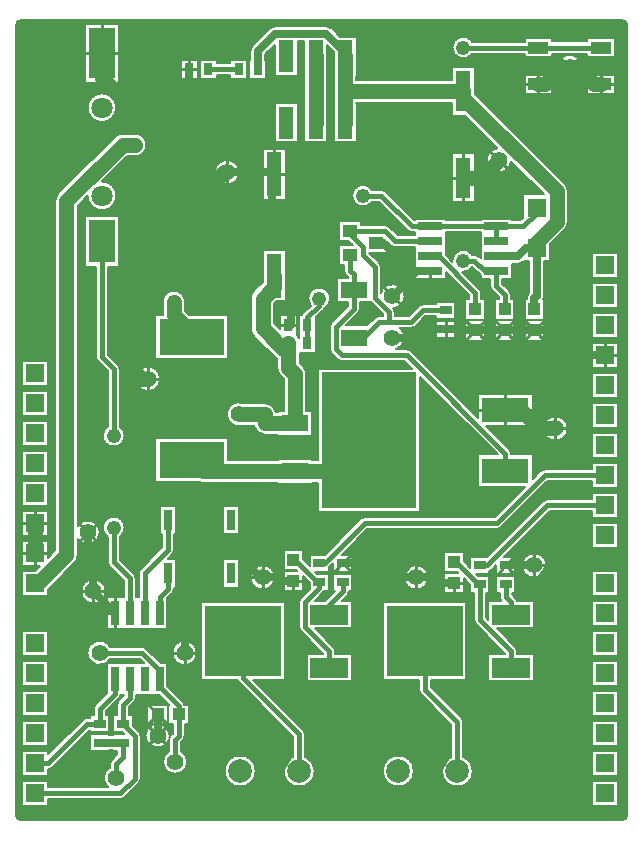
<source format=gtl>
G04 EasyPC Gerber Version 20.0 Build 4102 *
G04 #@! TF.Part,Single*
G04 #@! TF.FileFunction,Copper,L1,Top *
%FSLAX35Y35*%
%MOIN*%
G04 #@! TA.AperFunction,SMDPad*
%ADD12R,0.02500X0.08000*%
%ADD20R,0.03150X0.03937*%
%ADD24R,0.03150X0.07087*%
%ADD17R,0.03937X0.04291*%
%ADD21R,0.05118X0.10630*%
%ADD74R,0.05118X0.13780*%
%ADD75R,0.05118X0.14567*%
%ADD29R,0.09055X0.14409*%
%ADD28R,0.09055X0.16929*%
%ADD26R,0.31496X0.45276*%
G04 #@! TA.AperFunction,ComponentPad*
%ADD73R,0.06000X0.06000*%
G04 #@! TA.AperFunction,SMDPad*
%ADD19R,0.06300X0.06300*%
G04 #@! TD.AperFunction*
%ADD10C,0.00500*%
%ADD11C,0.01000*%
G04 #@! TA.AperFunction,SMDPad*
%ADD18R,0.08000X0.02500*%
%ADD14R,0.03937X0.03150*%
%ADD13R,0.04291X0.03937*%
%ADD23R,0.06693X0.03937*%
%ADD70R,0.04800X0.04000*%
%ADD71R,0.08661X0.05787*%
%ADD15R,0.12598X0.06693*%
%ADD25R,0.15748X0.08386*%
%ADD27R,0.21654X0.12205*%
%ADD16R,0.25197X0.23228*%
G04 #@! TD.AperFunction*
%ADD79C,0.01500*%
%ADD77C,0.02500*%
G04 #@! TA.AperFunction,ViaPad*
%ADD80C,0.04800*%
G04 #@! TD.AperFunction*
%ADD78C,0.05000*%
G04 #@! TA.AperFunction,ViaPad*
%ADD76C,0.05591*%
G04 #@! TA.AperFunction,ComponentPad*
%ADD72C,0.07087*%
%ADD22C,0.07874*%
X0Y0D02*
D02*
D10*
X89364Y43557D02*
G75*
G03X90802Y42120I1437D01*
G01*
X291589*
G75*
G03X293026Y43557J1437*
G01*
Y307337*
G75*
G03X291589Y308774I-1437*
G01*
X90801*
G75*
G03X89364Y307336J-1437*
G01*
Y43557*
X145469Y80634D02*
X146909D01*
Y74197*
X145514*
Y70110*
G75*
G02X144926Y68694I-2000*
G01*
X144376Y68144*
Y65183*
G75*
G02X146421Y61667I-2000J-3516*
G01*
G75*
G02X138331I-4045*
G01*
G75*
G02X140376Y65183I4045*
G01*
Y68972*
G75*
G02X140384Y69152I1999J2*
G01*
G75*
G02X132469Y70329I-3870J1177*
G01*
G75*
G02X135330Y74197I4045*
G01*
X133118*
Y80634*
X139909*
Y74197*
X137698*
G75*
G02X140559Y70329I-1184J-3868*
G01*
G75*
G02X140508Y69686I-4046J-1*
G01*
G75*
G02X140963Y70388I1868J-713*
G01*
X141514Y70939*
Y74197*
X140118*
Y80634*
X140266*
X136900Y84000*
X129278*
Y82870*
G75*
G02X128690Y81454I-2000*
G01*
X127053Y79817*
Y77091*
X128272*
Y73647*
X130255Y71664*
G75*
G02X130843Y70248I-1413J-1416*
G01*
Y55840*
G75*
G02X130255Y54424I-2000*
G01*
X125489Y49659*
G75*
G02X124074Y49071I-1416J1413*
G01*
X99994*
Y46821*
X91494*
Y55321*
X99994*
Y53071*
X120073*
G75*
G02X120691Y59672I2618J3084*
G01*
Y60880*
G75*
G02X121278Y62296I2000*
G01*
X123053Y64070*
Y65142*
X121835*
Y65467*
X120398*
Y65142*
X113961*
Y70791*
X120398*
Y70467*
X121835*
Y70791*
X125471*
X124821Y71441*
X121835*
Y77091*
X123053*
Y80646*
G75*
G02X123641Y82061I2000*
G01*
X125278Y83698*
Y84000*
X124254*
G75*
G02X123690Y82891I-1976J307*
G01*
X119179Y78380*
Y77091*
X120398*
Y71441*
X113961*
Y72266*
X113887*
X101280Y59659*
G75*
G02X99994Y59076I-1416J1413*
G01*
Y56821*
X91494*
Y65321*
X99994*
Y64030*
X111643Y75678*
G75*
G02X113058Y76266I1416J-1413*
G01*
X113961*
Y77091*
X115179*
Y79209*
G75*
G02X115767Y80624I2000*
G01*
X119778Y84635*
Y94500*
X131945*
X130557Y95888*
X120695*
G75*
G02X113134Y97888I-3516J2000*
G01*
G75*
G02X120695Y99888I4045*
G01*
X131385*
G75*
G02X132801Y99300J-2000*
G01*
X137602Y94500*
X139778*
Y86779*
X144926Y81630*
G75*
G02X145469Y80634I-1413J-1416*
G01*
X91494Y75321D02*
X99994D01*
Y66821*
X91494*
Y75321*
Y85321D02*
X99994D01*
Y76821*
X91494*
Y85321*
Y95321D02*
X99994D01*
Y86821*
X91494*
Y95321*
Y105321D02*
X99994D01*
Y96821*
X91494*
Y105321*
X128990Y270929D02*
G75*
G02Y263429J-3750D01*
G01*
X126471*
X118079Y255037*
G75*
G02X117967Y245452I-113J-4792*
G01*
G75*
G02X113174Y250133J4793*
G01*
X109906Y246864*
Y140332*
G75*
G02X117287Y138045I3337J-2287*
G01*
G75*
G02X109906Y135758I-4045*
G01*
Y130475*
G75*
G02X108805Y127821I-3750*
G01*
X99994Y119010*
Y116799*
X91494*
Y125299*
X95677*
X97177Y126799*
X91494*
Y135299*
X99994*
Y129617*
X102406Y132028*
Y248417*
G75*
G02X103506Y251071I3750*
G01*
X122264Y269829*
G75*
G02X124918Y270929I2654J-2650*
G01*
X128990*
X129298Y189226D02*
G75*
G02X137388I4045D01*
G01*
G75*
G02X129298I-4045*
G01*
X281433Y161272D02*
X289933D01*
Y152772*
X281433*
Y155022*
X266376*
X251136Y139782*
G75*
G02X249720Y139195I-1416J1413*
G01*
X206415*
X197854Y130634*
X201500*
Y124984*
X195063*
Y127843*
X193626Y126406*
Y124984*
X189149*
X189799Y124335*
X193626*
Y118685*
X192215*
G75*
G02X191820Y118126I-1807J856*
G01*
X188974Y115280*
X192372*
X195778Y118685*
X195063*
Y124335*
X201500*
Y118685*
X200281*
Y118360*
G75*
G02X199694Y116944I-2000*
G01*
X198029Y115280*
X201303*
Y106087*
X188952*
X195167Y99872*
G75*
G02X195754Y98456I-1413J-1416*
G01*
Y97563*
X201303*
Y88370*
X186205*
Y97563*
X191754*
Y97628*
X184270Y105111*
G75*
G02X183683Y106527I1413J1416*
G01*
Y114817*
G75*
G02X184270Y116233I2000*
G01*
X187189Y119151*
Y121288*
X184965Y123512*
Y118551*
X178528*
Y125343*
X183134*
X182926Y125551*
X178528*
Y132343*
X184965*
Y129169*
X187189Y126944*
Y130634*
X192198*
X204171Y142607*
G75*
G02X205587Y143195I1416J-1413*
G01*
X248892*
X258851Y153154*
X243360*
Y164039*
X249846*
X224069Y189816*
Y144866*
X190073*
Y154650*
X187900*
Y154256*
X176738*
Y154650*
X151549*
G75*
G02X150886Y154709J3751*
G01*
X135811*
Y169413*
X159965*
Y162150*
X176738*
Y162543*
X187900*
Y162150*
X190073*
Y192642*
X221243*
X218785Y195100*
X198041*
G75*
G02X196626Y195688J2000*
G01*
X194446Y197867*
G75*
G02X193859Y199283I1413J1416*
G01*
Y206530*
G75*
G02X194446Y207946I2000*
G01*
X200005Y213504*
Y214728*
X196423*
Y223016*
X200005*
Y223193*
X199260Y223938*
G75*
G02X198674Y225352I1415J1414*
G01*
Y227252*
X197026*
Y233752*
X201574*
X200074Y235252*
X197026*
Y241752*
X204325*
Y240502*
X212274*
G75*
G02X213690Y239915J-2000*
G01*
X216571Y237033*
X222189*
Y238033*
X221315*
G75*
G02X219899Y238621J2000*
G01*
X210270Y248250*
X208028*
G75*
G02X201324Y250250I-3053J2000*
G01*
G75*
G02X208028Y252250I3650*
G01*
X211098*
G75*
G02X212514Y251663J-2000*
G01*
X222143Y242033*
X222189*
Y242533*
X232689*
Y242033*
X244189*
Y242533*
X254689*
Y242033*
X257474*
X258447Y243006*
Y250719*
X265204*
X254274Y261648*
G75*
G02X246205Y262061I-4024J413*
G01*
G75*
G02X249837Y266085I4045*
G01*
X239039Y276884*
X234630*
Y281274*
X202819*
Y281224*
X202878*
Y268094*
X195260*
Y281224*
X195319*
Y290142*
X195260*
Y298235*
X193035Y300460*
Y290142*
X192976*
Y281224*
X193035*
Y268094*
X185417*
Y281224*
X185476*
Y290142*
X185417*
Y301781*
X183193*
Y290142*
X175575*
Y300538*
X172435Y297398*
Y295594*
X172760*
Y289157*
X167110*
Y295594*
X167435*
Y298433*
G75*
G02X168167Y300201I2500*
G01*
X174015Y306048*
G75*
G02X175785Y306781I1768J-1768*
G01*
X192748*
G75*
G02X194518Y306048I2J-2500*
G01*
X197294Y303272*
X202878*
Y290142*
X202819*
Y288774*
X234630*
Y293163*
X242248*
Y284281*
X272184Y254345*
G75*
G02X273284Y251691I-2650J-2654*
G01*
Y241683*
G75*
G02X272184Y239030I-3750*
G01*
X267250Y234095*
Y228522*
X265348*
Y216957*
G75*
G02X265068Y215807I-2500J0*
G01*
X265280*
Y209016*
X258843*
Y215807*
X259561*
Y216170*
G75*
G02X260296Y217941I2500J0*
G01*
X260348Y217993*
Y228522*
X258626*
X258370Y228266*
G75*
G02X256600Y227533I-1768J1768*
G01*
X254689*
Y222533*
X251439*
Y220941*
X253631Y218748*
G75*
G02X254219Y217333I-1413J-1416*
G01*
Y215807*
X255437*
Y209016*
X249000*
Y215807*
X250219*
Y216504*
X248026Y218696*
G75*
G02X247439Y220112I1413J1416*
G01*
Y222533*
X244189*
Y223737*
X241426Y226499*
G75*
G02X238139Y224959I-2987J2097*
G01*
X243789Y219309*
G75*
G02X244376Y217893I-1413J-1416*
G01*
Y215807*
X245594*
Y209016*
X239157*
Y215807*
X240376*
Y217065*
X232689Y224752*
Y222533*
X222189*
Y233033*
X215743*
G75*
G02X214327Y233621J2000*
G01*
X213026Y234922*
Y231252*
X207116*
X210324Y228044*
G75*
G02X210911Y226628I-1413J-1416*
G01*
Y217840*
G75*
G02X218862Y216785I3906J-1054*
G01*
G75*
G02X215139Y212753I-4045*
G01*
G75*
G02X215525Y211572I-1615J-1181*
G01*
Y210235*
X220288*
X223526Y213474*
G75*
G02X224942Y214061I1416J-1413*
G01*
X229315*
Y214886*
X235752*
Y209236*
X229315*
Y210061*
X225770*
X222532Y206823*
G75*
G02X221116Y206235I-1416J1413*
G01*
X217253*
G75*
G02X215871Y199100I-2436J-3230*
G01*
X219613*
G75*
G02X221029Y198513J-2000*
G01*
X243360Y176181*
Y184354*
X261608*
Y173469*
X246073*
X253897Y165645*
G75*
G02X254484Y164229I-1413J-1416*
G01*
Y164039*
X261608*
Y155911*
X264131Y158434*
G75*
G02X265547Y159022I1416J-1413*
G01*
X281433*
Y161272*
X234630Y264423D02*
X242248D01*
Y248144*
X234630*
Y264423*
X186757Y215998D02*
G75*
G02X194057I3650D01*
G01*
G75*
G02X192244Y212844I-3650*
G01*
G75*
G02X191820Y212220I-1836J793*
G01*
X189295Y209695*
Y197819*
X183921*
Y194503*
X184971Y193453*
G75*
G02X186070Y190801I-2652J-2652*
G01*
G75*
G02Y190800I-2256J-1*
G01*
G75*
G02Y190795I-2103J-2*
G01*
Y178528*
X187900*
Y170240*
X176738*
Y170634*
X172297*
G75*
G02X168617Y173665J3750*
G01*
X165153*
G75*
G02X159591Y177415I-1517J3750*
G01*
G75*
G02X165153Y181165I4045*
G01*
X172297*
G75*
G02X175978Y178134J-3750*
G01*
X176738*
Y178528*
X178570*
Y189248*
X177520Y190298*
G75*
G02X176421Y192950I2652J2652*
G01*
G75*
G02Y192951I2256J1*
G01*
G75*
G02Y192956I2103J2*
G01*
Y195869*
G75*
G02X175615Y196490I1962J3380*
G01*
X168750Y203355*
G75*
G02X167602Y206121I2760J2766*
G01*
Y215998*
G75*
G02X168750Y218764I3907*
G01*
X171539Y221554*
Y223675*
G75*
G02X171638Y224547I3908*
G01*
Y232209*
X179256*
Y224547*
G75*
G02X179354Y223675I-3810J-872*
G01*
Y219935*
G75*
G02X179256Y219063I-3908*
G01*
Y215142*
X176180*
X175417Y214380*
Y207740*
X177346Y205811*
Y210555*
X182996*
Y203737*
G75*
G02X183646Y202825I-2825J-2700*
G01*
Y210555*
X184663*
G75*
G02X185058Y211115I1807J-856*
G01*
X187604Y213661*
G75*
G02X186757Y215998I2804J2337*
G01*
X175575Y281224D02*
X183193D01*
Y268094*
X175575*
Y281224*
X171638Y265947D02*
X179256D01*
Y248880*
X171638*
Y265947*
X258843Y208807D02*
X265280D01*
Y202016*
X258843*
Y208807*
X265102Y172691D02*
G75*
G02X273193I4045D01*
G01*
G75*
G02X265102I-4045*
G01*
X249000Y208807D02*
X255437D01*
Y202016*
X249000*
Y208807*
X239157D02*
X245594D01*
Y202016*
X239157*
Y208807*
X229315Y208587D02*
X235752D01*
Y202937*
X229315*
Y208587*
X211598Y58518D02*
G75*
G02X221972I5187D01*
G01*
G75*
G02X211598I-5187*
G01*
X238470Y63304D02*
G75*
G02X241657Y58518I-2000J-4786D01*
G01*
G75*
G02X231283I-5187*
G01*
G75*
G02X234470Y63304I5187*
G01*
Y73930*
X224231Y84169*
G75*
G02X223644Y85585I1413J1416*
G01*
Y88961*
X211795*
Y114689*
X239492*
Y88961*
X227644*
Y86413*
X237883Y76174*
G75*
G02X238470Y74758I-1413J-1416*
G01*
Y63304*
X218646Y123085D02*
G75*
G02X226736I4045D01*
G01*
G75*
G02X218646I-4045*
G01*
X281433Y151272D02*
X289933D01*
Y142772*
X281433*
Y145022*
X267326*
X252150Y129846*
X255831*
Y124197*
X249394*
Y127090*
X247913Y125609*
G75*
G02X247169Y125138I-1416J1412*
G01*
Y124197*
X242693*
X243342Y123547*
X247169*
Y117898*
X245951*
Y109776*
X246835Y108893*
Y115280*
X251100*
G75*
G02X250612Y116589I1512J1309*
G01*
Y117898*
X249394*
Y123547*
X255831*
Y117898*
X254612*
Y117417*
X255796Y116233*
G75*
G02X256330Y115280I-1413J-1416*
G01*
X261933*
Y106087*
X249641*
X255796Y99931*
G75*
G02X256384Y98515I-1413J-1416*
G01*
Y97563*
X261933*
Y88370*
X246835*
Y97563*
X252384*
Y97687*
X242538Y107532*
G75*
G02X241951Y108948I1413J1416*
G01*
Y117898*
X240732*
Y120500*
X238508Y122725*
Y117764*
X232071*
Y124555*
X236678*
X236469Y124764*
X232071*
Y131555*
X238508*
Y128381*
X240732Y126157*
Y129846*
X246494*
X265081Y148434*
G75*
G02X266497Y149022I1416J-1413*
G01*
X281433*
Y151272*
Y55321D02*
X289933D01*
Y46821*
X281433*
Y55321*
Y65321D02*
X289933D01*
Y56821*
X281433*
Y65321*
Y75321D02*
X289933D01*
Y66821*
X281433*
Y75321*
Y85321D02*
X289933D01*
Y76821*
X281433*
Y85321*
Y95321D02*
X289933D01*
Y86821*
X281433*
Y95321*
Y105321D02*
X289933D01*
Y96821*
X281433*
Y105321*
Y115321D02*
X289933D01*
Y106821*
X281433*
Y115321*
Y125321D02*
X289933D01*
Y116821*
X281433*
Y125321*
Y141272D02*
X289933D01*
Y132772*
X281433*
Y141272*
X258016Y127022D02*
G75*
G02X266106I4045D01*
G01*
G75*
G02X258016I-4045*
G01*
X158187Y129256D02*
X163837D01*
Y119669*
X158187*
Y129256*
Y146972D02*
X163837D01*
Y137386*
X158187*
Y146972*
X167465Y123085D02*
G75*
G02X175555I4045D01*
G01*
G75*
G02X167465I-4045*
G01*
X185715Y63304D02*
G75*
G02X188902Y58518I-2000J-4786D01*
G01*
G75*
G02X178528I-5187*
G01*
G75*
G02X181715Y63304I5187*
G01*
Y69993*
X163601Y88106*
G75*
G02X163094Y88961I1413J1416*
G01*
X151165*
Y114689*
X178862*
Y88961*
X168403*
X185127Y72237*
G75*
G02X185715Y70821I-1413J-1416*
G01*
Y63304*
X158843Y58518D02*
G75*
G02X169217I5187D01*
G01*
G75*
G02X158843I-5187*
G01*
X137189Y146972D02*
X142839D01*
Y137386*
X142014*
Y132214*
G75*
G02X141426Y130798I-2000*
G01*
X139884Y129256*
X142839*
Y119669*
X142014*
Y119224*
G75*
G02X141426Y117809I-2000*
G01*
X139778Y116160*
Y106000*
X119778*
Y116500*
X125278*
Y121920*
X120491Y126706*
G75*
G02X119904Y128122I1413J1416*
G01*
Y136567*
G75*
G02X118254Y139620I2000J3053*
G01*
G75*
G02X125554I3650*
G01*
G75*
G02X123904Y136567I-3650*
G01*
Y128950*
X128690Y124164*
G75*
G02X129278Y122748I-1413J-1416*
G01*
Y116500*
X130278*
Y124478*
G75*
G02X130865Y125893I2000*
G01*
X138014Y133042*
Y137386*
X137189*
Y146972*
X141480Y97888D02*
G75*
G02X149571I4045D01*
G01*
G75*
G02X141480I-4045*
G01*
X123904Y173382D02*
G75*
G02X125554Y170329I-2000J-3053D01*
G01*
G75*
G02X118254I-3650*
G01*
G75*
G02X119904Y173382I3650*
G01*
Y191702*
X116554Y195051*
G75*
G02X115967Y196467I1413J1416*
G01*
Y226598*
X112189*
Y243508*
X123744*
Y226598*
X119967*
Y197295*
X123316Y193946*
G75*
G02X123904Y192530I-1413J-1416*
G01*
Y173382*
X111086Y118396D02*
G75*
G02X119177I4045D01*
G01*
G75*
G02X111086I-4045*
G01*
X91494Y145299D02*
X99994D01*
Y136799*
X91494*
Y145299*
Y155299D02*
X99994D01*
Y146799*
X91494*
Y155299*
Y165299D02*
X99994D01*
Y156799*
X91494*
Y165299*
Y175299D02*
X99994D01*
Y166799*
X91494*
Y175299*
Y185299D02*
X99994D01*
Y176799*
X91494*
Y185299*
Y195299D02*
X99994D01*
Y186799*
X91494*
Y195299*
X112189Y307445D02*
X123744D01*
Y288016*
X112189*
Y307445*
X117967Y284404D02*
G75*
G02X122760Y279611J-4793D01*
G01*
G75*
G02X117967Y274818I-4793*
G01*
G75*
G02X113173Y279611J4793*
G01*
G75*
G02X117967Y284404I4793*
G01*
X147109Y210573D02*
X159965D01*
Y195868*
X135811*
Y210573*
X138232*
Y214817*
G75*
G02X145732I3750*
G01*
Y211950*
X147109Y210573*
X144276Y295594D02*
X149925D01*
Y289157*
X144276*
Y295594*
X160811D02*
X166461D01*
Y289157*
X160811*
Y290376*
X156224*
Y289157*
X150575*
Y295594*
X156224*
Y294376*
X160811*
Y295594*
X155654Y258124D02*
G75*
G02X163744I4045D01*
G01*
G75*
G02X155654I-4045*
G01*
X279709Y302876D02*
X288902D01*
Y296439*
X279709*
Y297502*
X268035*
Y296441*
X258843*
Y297659*
X241492*
G75*
G02X234789Y299659I-3053J2000*
G01*
G75*
G02X241492Y301659I3650*
G01*
X258843*
Y302878*
X268035*
Y301817*
X279709*
Y302876*
X269827Y293163D02*
G75*
G02X277917I4045D01*
G01*
G75*
G02X269827I-4045*
G01*
X279709Y290671D02*
X288902D01*
Y284234*
X279709*
Y290671*
X281433Y171272D02*
X289933D01*
Y162772*
X281433*
Y171272*
Y181272D02*
X289933D01*
Y172772*
X281433*
Y181272*
Y191272D02*
X289933D01*
Y182772*
X281433*
Y191272*
Y201272D02*
X289933D01*
Y192772*
X281433*
Y201272*
Y211272D02*
X289933D01*
Y202772*
X281433*
Y211272*
Y221272D02*
X289933D01*
Y212772*
X281433*
Y221272*
Y231272D02*
X289933D01*
Y222772*
X281433*
Y231272*
X258843Y290673D02*
X268035D01*
Y284236*
X258843*
Y290673*
X292776Y42747D02*
G36*
Y51071D01*
X289933*
Y46821*
X281433*
Y51071*
X126902*
X125489Y49659*
G75*
G02X124074Y49071I-1416J1413*
G01*
X99994*
Y46821*
X91494*
Y51071*
X89614*
Y42748*
G75*
G03X89991Y42370I1187J810*
G01*
X292398*
G75*
G03X292776Y42747I-810J1187*
G01*
G37*
X119407Y58518D02*
G36*
X99994D01*
Y56821*
X91494*
Y58518*
X89614*
Y51071*
X91494*
Y55321*
X99994*
Y53071*
X120073*
G75*
G02X118646Y56156I2618J3084*
G01*
G75*
G02X119407Y58518I4045*
G01*
G37*
X289933D02*
G36*
Y56821D01*
X281433*
Y58518*
X241657*
G75*
G02X231283I-5187*
G01*
X221972*
G75*
G02X211598I-5187*
G01*
X188902*
G75*
G02X178528I-5187*
G01*
X169217*
G75*
G02X158843I-5187*
G01*
X144915*
G75*
G02X139837I-2539J3150*
G01*
X130843*
Y55840*
G75*
G02X130255Y54424I-2000*
G01*
X126902Y51071*
X281433*
Y55321*
X289933*
Y51071*
X292776*
Y58518*
X289933*
G37*
X110341Y74377D02*
G36*
X99994D01*
Y66821*
X91494*
Y74377*
X89614*
Y58518*
X91494*
Y65321*
X99994*
Y64030*
X110341Y74377*
G37*
X119407Y58518D02*
G36*
G75*
G02X120691Y59672I3284J-2363D01*
G01*
Y60880*
G75*
G02X121278Y62296I2000*
G01*
X123053Y64070*
Y65142*
X121835*
Y65467*
X120398*
Y65142*
X113961*
Y70791*
X120398*
Y70467*
X121835*
Y70791*
X125471*
X124821Y71441*
X121835*
Y74377*
X120398*
Y71441*
X113961*
Y72266*
X113887*
X101280Y59659*
G75*
G02X99994Y59076I-1415J1412*
G01*
Y58518*
X119407*
G37*
X139837D02*
G36*
G75*
G02X138331Y61667I2539J3150D01*
G01*
Y61668*
G75*
G02X140376Y65183I4044*
G01*
Y68972*
Y68973*
G75*
G02X140384Y69152I2034*
G01*
G75*
G02X132469Y70329I-3870J1177*
G01*
G75*
G02X135330Y74197I4046J-1*
G01*
X133118*
Y74377*
X128272*
Y73647*
X130255Y71664*
G75*
G02X130843Y70248I-1413J-1416*
G01*
Y58518*
X139837*
G37*
X140118Y74377D02*
G36*
X139909D01*
Y74197*
X137698*
G75*
G02X140559Y70329I-1185J-3869*
G01*
G75*
G02Y70323I-3899J-3*
G01*
G75*
G02X140508Y69686I-3989*
G01*
G75*
G02X140963Y70388I1863J-710*
G01*
X141514Y70939*
Y74197*
X140118*
Y74377*
G37*
X178528Y58518D02*
G36*
G75*
G02X181715Y63304I5187J0D01*
G01*
Y69993*
X177330Y74377*
X146909*
Y74197*
X145514*
Y70110*
G75*
G02X144926Y68694I-2000*
G01*
X144376Y68144*
Y65183*
G75*
G02X146421Y61668I-1999J-3516*
G01*
Y61667*
G75*
G02X144915Y58518I-4045*
G01*
X158843*
G75*
G02X169217I5187*
G01*
X178528*
G37*
X231283D02*
G36*
G75*
G02X234470Y63304I5187J0D01*
G01*
Y73930*
X234023Y74377*
X182987*
X185127Y72237*
G75*
G02X185715Y70821I-1413J-1416*
G01*
Y63304*
G75*
G02X188902Y58518I-2000J-4786*
G01*
X211598*
G75*
G02X221972I5187*
G01*
X231283*
G37*
X289933Y74377D02*
G36*
Y66821D01*
X281433*
Y74377*
X238470*
Y63304*
G75*
G02X241657Y58518I-2000J-4786*
G01*
X281433*
Y65321*
X289933*
Y58518*
X292776*
Y74377*
X289933*
G37*
X116213Y81071D02*
G36*
X99994D01*
Y76821*
X91494*
Y81071*
X89614*
Y74377*
X91494*
Y75321*
X99994*
Y74377*
X110341*
X111643Y75678*
G75*
G02X113058Y76266I1416J-1413*
G01*
X113961*
Y77091*
X115179*
Y79209*
G75*
G02X115767Y80624I2000*
G01*
X116213Y81071*
G37*
X123099D02*
G36*
X121870D01*
X119179Y78380*
Y77091*
X120398*
Y74377*
X121835*
Y77091*
X123053*
Y80646*
G75*
G02X123099Y81071I2000J0*
G01*
G37*
X140118Y74377D02*
G36*
Y80634D01*
X140266*
X139829Y81071*
X128307*
X127053Y79817*
Y77091*
X128272*
Y74377*
X133118*
Y80634*
X139909*
Y74377*
X140118*
G37*
X177330D02*
G36*
X170636Y81071D01*
X145321*
G75*
G02X145469Y80634I-1807J-856*
G01*
X146909*
Y74377*
X177330*
G37*
X234023D02*
G36*
X227329Y81071D01*
X176293*
X182987Y74377*
X234023*
G37*
X289933Y81071D02*
G36*
Y76821D01*
X281433*
Y81071*
X232986*
X237883Y76174*
G75*
G02X238470Y74758I-1413J-1416*
G01*
Y74377*
X281433*
Y75321*
X289933*
Y74377*
X292776*
Y81071*
X289933*
G37*
X119778Y91071D02*
G36*
X99994D01*
Y86821*
X91494*
Y91071*
X89614*
Y81071*
X91494*
Y85321*
X99994*
Y81071*
X116213*
X119778Y84635*
Y91071*
G37*
X123099Y81071D02*
G36*
G75*
G02X123641Y82061I1954J-426D01*
G01*
X125278Y83698*
Y84000*
X124254*
G75*
G02X123690Y82891I-1980J309*
G01*
X121870Y81071*
X123099*
G37*
X139829D02*
G36*
X136900Y84000D01*
X129278*
Y82870*
G75*
G02X128690Y81454I-2000*
G01*
X128307Y81071*
X139829*
G37*
X170636D02*
G36*
X163601Y88106D01*
G75*
G02X163094Y88961I1411J1415*
G01*
X151165*
Y91071*
X139778*
Y86779*
X144926Y81630*
G75*
G02X145321Y81071I-1412J-1416*
G01*
X170636*
G37*
X211795Y91071D02*
G36*
X201303D01*
Y88370*
X186205*
Y91071*
X178862*
Y88961*
X168403*
X176293Y81071*
X227329*
X224231Y84169*
G75*
G02X223644Y85585I1413J1416*
G01*
Y88961*
X211795*
Y91071*
G37*
X289933D02*
G36*
Y86821D01*
X281433*
Y91071*
X261933*
Y88370*
X246835*
Y91071*
X239492*
Y88961*
X227644*
Y86413*
X232986Y81071*
X281433*
Y85321*
X289933*
Y81071*
X292776*
Y91071*
X289933*
G37*
X119778D02*
G36*
Y94500D01*
X131945*
X130557Y95888*
X120695*
G75*
G02X113134Y97888I-3516J2000*
G01*
G75*
G02X114683Y101071I4045*
G01*
X99994*
Y96821*
X91494*
Y101071*
X89614*
Y91071*
X91494*
Y95321*
X99994*
Y91071*
X119778*
G37*
X151165Y101071D02*
G36*
X148022D01*
G75*
G02X149571Y97888I-2496J-3183*
G01*
G75*
G02X141480I-4045*
G01*
G75*
G02X143029Y101071I4045*
G01*
X119675*
G75*
G02X120695Y99888I-2496J-3184*
G01*
X131385*
G75*
G02X132801Y99300J-2000*
G01*
X137602Y94500*
X139778*
Y91071*
X151165*
Y101071*
G37*
X186205Y91071D02*
G36*
Y97563D01*
X191754*
Y97628*
X188311Y101071*
X178862*
Y91071*
X186205*
G37*
X211795Y101071D02*
G36*
X193968D01*
X195167Y99872*
G75*
G02X195754Y98456I-1413J-1416*
G01*
Y97563*
X201303*
Y91071*
X211795*
Y101071*
G37*
X246835Y91071D02*
G36*
Y97563D01*
X252384*
Y97687*
X249000Y101071*
X239492*
Y91071*
X246835*
G37*
X289933Y101071D02*
G36*
Y96821D01*
X281433*
Y101071*
X254656*
X255796Y99931*
G75*
G02X256384Y98515I-1413J-1416*
G01*
Y97563*
X261933*
Y91071*
X281433*
Y95321*
X289933*
Y91071*
X292776*
Y101071*
X289933*
G37*
X151165Y111071D02*
G36*
X139778D01*
Y106000*
X119778*
Y111071*
X89614*
Y101071*
X91494*
Y105321*
X99994*
Y101071*
X114683*
G75*
G02X119675I2496J-3183*
G01*
X143029*
G75*
G02X148022I2496J-3183*
G01*
X151165*
Y111071*
G37*
X183683D02*
G36*
X178862D01*
Y101071*
X188311*
X184270Y105111*
G75*
G02X183683Y106527I1413J1416*
G01*
Y111071*
G37*
X211795D02*
G36*
X201303D01*
Y106087*
X188952*
X193968Y101071*
X211795*
Y111071*
G37*
X249000Y101071D02*
G36*
X242538Y107532D01*
G75*
G02X241951Y108948I1413J1416*
G01*
Y111071*
X239492*
Y101071*
X249000*
G37*
X246835Y111071D02*
G36*
X245951D01*
Y109776*
X246835Y108893*
Y111071*
G37*
X289933D02*
G36*
Y106821D01*
X281433*
Y111071*
X261933*
Y106087*
X249641*
X254656Y101071*
X281433*
Y105321*
X289933*
Y101071*
X292776*
Y111071*
X289933*
G37*
X119778D02*
G36*
Y116500D01*
X125278*
Y118396*
X119177*
G75*
G02X111086I-4045*
G01*
X99994*
Y116799*
X91494*
Y118396*
X89614*
Y111071*
X119778*
G37*
X130278Y118396D02*
G36*
X129278D01*
Y116500*
X130278*
Y118396*
G37*
X183683Y111071D02*
G36*
Y114817D01*
G75*
G02X184270Y116233I2000*
G01*
X186434Y118396*
X141834*
G75*
G02X141426Y117809I-1820J829*
G01*
X139778Y116160*
Y111071*
X151165*
Y114689*
X178862*
Y111071*
X183683*
G37*
X195489Y118396D02*
G36*
X192047D01*
G75*
G02X191820Y118126I-1632J1140*
G01*
X188974Y115280*
X192372*
X195489Y118396*
G37*
X240732D02*
G36*
X238508D01*
Y117764*
X232071*
Y118396*
X200281*
Y118360*
G75*
G02X199694Y116944I-2000*
G01*
X198029Y115280*
X201303*
Y111071*
X211795*
Y114689*
X239492*
Y111071*
X241951*
Y117898*
X240732*
Y118396*
G37*
X246835Y111071D02*
G36*
Y115280D01*
X251100*
G75*
G02X250612Y116589I1514J1309*
G01*
Y117898*
X249394*
Y118396*
X247169*
Y117898*
X245951*
Y111071*
X246835*
G37*
X289933Y118396D02*
G36*
Y116821D01*
X281433*
Y118396*
X255831*
Y117898*
X254612*
Y117417*
X255796Y116233*
G75*
G02X256330Y115280I-1415J-1417*
G01*
X261933*
Y111071*
X281433*
Y115321*
X289933*
Y111071*
X292776*
Y118396*
X289933*
G37*
X91494Y123085D02*
G36*
X89614D01*
Y118396*
X91494*
Y123085*
G37*
X125278Y118396D02*
G36*
Y121920D01*
X124113Y123085*
X104069*
X99994Y119010*
Y118396*
X111086*
G75*
G02X119177I4045*
G01*
X125278*
G37*
X130278Y123085D02*
G36*
X129249D01*
G75*
G02X129278Y122748I-1972J-335*
G01*
Y118396*
X130278*
Y123085*
G37*
X185392D02*
G36*
X184965D01*
Y118551*
X178528*
Y123085*
X175555*
G75*
G02X167465I-4045*
G01*
X163837*
Y119669*
X158187*
Y123085*
X142839*
Y119669*
X142014*
Y119224*
G75*
G02X141834Y118396I-2000*
G01*
X186434*
X187189Y119151*
Y121288*
X185392Y123085*
G37*
X195063D02*
G36*
X193626D01*
Y118685*
X192215*
G75*
G02X192047Y118396I-1800J852*
G01*
X195489*
X195778Y118685*
X195063*
Y123085*
G37*
X232071D02*
G36*
X226736D01*
G75*
G02X218646I-4045*
G01*
X201500*
Y118685*
X200281*
Y118396*
X232071*
Y123085*
G37*
X240732Y118396D02*
G36*
Y120500D01*
X238508Y122725*
Y118396*
X240732*
G37*
X249394Y123085D02*
G36*
X247169D01*
Y118396*
X249394*
Y123085*
G37*
X281433D02*
G36*
X262991D01*
G75*
G02X261131I-930J3937*
G01*
X255831*
Y118396*
X281433*
Y123085*
G37*
X289933D02*
G36*
Y118396D01*
X292776*
Y123085*
X289933*
G37*
X91494Y127022D02*
G36*
X89614D01*
Y123085*
X91494*
Y125299*
X95677*
X97177Y126799*
X91494*
Y127022*
G37*
X124113Y123085D02*
G36*
X120491Y126706D01*
G75*
G02X120233Y127022I1413J1416*
G01*
X108006*
X104069Y123085*
X124113*
G37*
X131993Y127022D02*
G36*
X125832D01*
X128690Y124164*
G75*
G02X129249Y123085I-1413J-1416*
G01*
X130278*
Y124478*
G75*
G02X130865Y125893I2000*
G01*
X131993Y127022*
G37*
X158187D02*
G36*
X142839D01*
Y123085*
X158187*
Y127022*
G37*
X167465Y123085D02*
G36*
G75*
G02X170580Y127022I4045D01*
G01*
X163837*
Y123085*
X167465*
G37*
X178528Y127022D02*
G36*
X172439D01*
G75*
G02X175555Y123085I-930J-3937*
G01*
X178528*
Y125343*
X183134*
X182926Y125551*
X178528*
Y127022*
G37*
X185392Y123085D02*
G36*
X184965Y123512D01*
Y123085*
X185392*
G37*
X187189Y127022D02*
G36*
X187112D01*
X187189Y126944*
Y127022*
G37*
X218646Y123085D02*
G36*
G75*
G02X221761Y127022I4045D01*
G01*
X201500*
Y124984*
X195063*
Y127022*
X194242*
X193626Y126406*
Y124984*
X189149*
X189799Y124335*
X193626*
Y123085*
X195063*
Y124335*
X201500*
Y123085*
X218646*
G37*
X232071D02*
G36*
Y124555D01*
X236678*
X236469Y124764*
X232071*
Y127022*
X223620*
G75*
G02X226736Y123085I-930J-3937*
G01*
X232071*
G37*
X240732Y127022D02*
G36*
X239868D01*
X240732Y126157*
Y127022*
G37*
X258016D02*
G36*
X255831D01*
Y124197*
X249394*
Y127022*
X249326*
X247913Y125609*
G75*
G02X247169Y125138I-1415J1411*
G01*
Y124197*
X242693*
X243342Y123547*
X247169*
Y123085*
X249394*
Y123547*
X255831*
Y123085*
X261131*
G75*
G02X258016Y127022I930J3937*
G01*
G37*
X266106D02*
G36*
G75*
G02X262991Y123085I-4045D01*
G01*
X281433*
Y125321*
X289933*
Y123085*
X292776*
Y127022*
X266106*
G37*
X102406Y137022D02*
G36*
X99994D01*
Y136799*
X91494*
Y137022*
X89614*
Y127022*
X91494*
Y135299*
X99994*
Y129617*
X102406Y132028*
Y137022*
G37*
X120233Y127022D02*
G36*
G75*
G02X119904Y128122I1670J1100D01*
G01*
Y136567*
G75*
G02X119340Y137022I2000J3054*
G01*
X117156*
G75*
G02X109906Y135758I-3913J1024*
G01*
Y130475*
G75*
G02Y130474I-5013J0*
G01*
G75*
G02X108805Y127821I-3748*
G01*
X108006Y127022*
X120233*
G37*
X131993D02*
G36*
X138014Y133042D01*
Y137022*
X124467*
G75*
G02X123904Y136567I-2564J2599*
G01*
Y128950*
X125832Y127022*
X131993*
G37*
X198585Y137022D02*
G36*
X142014D01*
Y132214*
G75*
G02X141426Y130798I-2000*
G01*
X139884Y129256*
X142839*
Y127022*
X158187*
Y129256*
X163837*
Y127022*
X170580*
G75*
G02X172439I930J-3937*
G01*
X178528*
Y132343*
X184965*
Y129169*
X187112Y127022*
X187189*
Y130634*
X192198*
X198585Y137022*
G37*
X195063Y127022D02*
G36*
Y127843D01*
X194242Y127022*
X195063*
G37*
X253669Y137022D02*
G36*
X204242D01*
X197854Y130634*
X201500*
Y127022*
X221761*
G75*
G02X223620I930J-3937*
G01*
X232071*
Y131555*
X238508*
Y128381*
X239868Y127022*
X240732*
Y129846*
X246494*
X253669Y137022*
G37*
X249394Y127022D02*
G36*
Y127090D01*
X249326Y127022*
X249394*
G37*
X289933Y137022D02*
G36*
Y132772D01*
X281433*
Y137022*
X259326*
X252150Y129846*
X255831*
Y127022*
X258016*
G75*
G02X266106I4045*
G01*
X292776*
Y137022*
X289933*
G37*
X91494Y142179D02*
G36*
X89614D01*
Y137022*
X91494*
Y142179*
G37*
X102406Y137022D02*
G36*
Y142179D01*
X99994*
Y137022*
X102406*
G37*
X119301Y142179D02*
G36*
X109906D01*
Y140332*
G75*
G02X117287Y138045I3337J-2287*
G01*
G75*
G02X117156Y137022I-4046J1*
G01*
X119340*
G75*
G02X118254Y139620I2563J2598*
G01*
G75*
G02X119301Y142179I3650*
G01*
G37*
X137189D02*
G36*
X124506D01*
G75*
G02X125554Y139620I-2603J-2559*
G01*
G75*
G02X124467Y137022I-3651J1*
G01*
X138014*
Y137386*
X137189*
Y142179*
G37*
X203743D02*
G36*
X163837D01*
Y137386*
X158187*
Y142179*
X142839*
Y137386*
X142014*
Y137022*
X198585*
X203743Y142179*
G37*
X253533D02*
G36*
X251136Y139782D01*
G75*
G02X249720Y139195I-1416J1413*
G01*
X206415*
X204242Y137022*
X253669*
X258826Y142179*
X253533*
G37*
X264483D02*
G36*
X259326Y137022D01*
X281433*
Y141272*
X289933*
Y137022*
X292776*
Y142179*
X264483*
G37*
X102406Y151049D02*
G36*
X99994D01*
Y146799*
X91494*
Y151049*
X89614*
Y142179*
X91494*
Y145299*
X99994*
Y142179*
X102406*
Y151049*
G37*
X256746D02*
G36*
X224069D01*
Y144866*
X190073*
Y151049*
X109906*
Y142179*
X119301*
G75*
G02X124506I2603J-2559*
G01*
X137189*
Y146972*
X142839*
Y142179*
X158187*
Y146972*
X163837*
Y142179*
X203743*
X204171Y142607*
G75*
G02X205587Y143195I1416J-1413*
G01*
X248892*
X256746Y151049*
G37*
X281433D02*
G36*
X262403D01*
X253533Y142179*
X258826*
X265081Y148434*
G75*
G02X266497Y149022I1416J-1413*
G01*
X281433*
Y151049*
G37*
X289933D02*
G36*
Y142772D01*
X281433*
Y145022*
X267326*
X264483Y142179*
X292776*
Y151049*
X289933*
G37*
X102406Y161049D02*
G36*
X99994D01*
Y156799*
X91494*
Y161049*
X89614*
Y151049*
X91494*
Y155299*
X99994*
Y151049*
X102406*
Y161049*
G37*
X135811D02*
G36*
X109906D01*
Y151049*
X190073*
Y154650*
X187900*
Y154256*
X176738*
Y154650*
X151549*
G75*
G02X150886Y154709I4J3797*
G01*
X135811*
Y161049*
G37*
X256746Y151049D02*
G36*
X258851Y153154D01*
X243360*
Y161049*
X224069*
Y151049*
X256746*
G37*
X281433Y161049D02*
G36*
X261608D01*
Y155911*
X264131Y158434*
G75*
G02X265547Y159022I1416J-1413*
G01*
X281433*
Y161049*
G37*
X289933D02*
G36*
Y152772D01*
X281433*
Y155022*
X266376*
X262403Y151049*
X281433*
Y151272*
X289933*
Y151049*
X292776*
Y161049*
X289933*
G37*
X102406Y167022D02*
G36*
X99994D01*
Y166799*
X91494*
Y167022*
X89614*
Y161049*
X91494*
Y165299*
X99994*
Y161049*
X102406*
Y167022*
G37*
X135811Y161049D02*
G36*
Y167022D01*
X123448*
G75*
G02X120359I-1544J3307*
G01*
X109906*
Y161049*
X135811*
G37*
X190073Y167022D02*
G36*
X159965D01*
Y162150*
X176738*
Y162543*
X187900*
Y162150*
X190073*
Y167022*
G37*
X243360Y161049D02*
G36*
Y164039D01*
X249846*
X246863Y167022*
X224069*
Y161049*
X243360*
G37*
X289933Y167022D02*
G36*
Y162772D01*
X281433*
Y167022*
X252520*
X253897Y165645*
G75*
G02X254484Y164229I-1413J-1416*
G01*
Y164039*
X261608*
Y161049*
X281433*
Y161272*
X289933*
Y161049*
X292776*
Y167022*
X289933*
G37*
X91494Y172691D02*
G36*
X89614D01*
Y167022*
X91494*
Y172691*
G37*
X102406D02*
G36*
X99994D01*
Y167022*
X102406*
Y172691*
G37*
X119121D02*
G36*
X109906D01*
Y167022*
X120359*
G75*
G02X118254Y170329I1544J3307*
G01*
G75*
G02X119121Y172691I3651J-1*
G01*
G37*
X190073D02*
G36*
X187900D01*
Y170240*
X176738*
Y170634*
X172297*
G75*
G02X168951Y172691J3750*
G01*
X124686*
G75*
G02X125554Y170329I-2782J-2363*
G01*
G75*
G02X123448Y167022I-3650*
G01*
X135811*
Y169413*
X159965*
Y167022*
X190073*
Y172691*
G37*
X246863Y167022D02*
G36*
X241194Y172691D01*
X224069*
Y167022*
X246863*
G37*
X252520D02*
G36*
X281433D01*
Y171272*
X289933*
Y167022*
X292776*
Y172691*
X273193*
G75*
G02X265102I-4045*
G01*
X246851*
X252520Y167022*
G37*
X102406Y177022D02*
G36*
X99994D01*
Y176799*
X91494*
Y177022*
X89614*
Y172691*
X91494*
Y175299*
X99994*
Y172691*
X102406*
Y177022*
G37*
X119121Y172691D02*
G36*
G75*
G02X119904Y173382I2783J-2363D01*
G01*
Y177022*
X109906*
Y172691*
X119121*
G37*
X159610Y177022D02*
G36*
X123904D01*
Y173382*
G75*
G02X124686Y172691I-2000J-3052*
G01*
X168951*
G75*
G02X168617Y173665I3346J1694*
G01*
X165153*
G75*
G02X159610Y177022I-1517J3750*
G01*
G37*
X190073D02*
G36*
X187900D01*
Y172691*
X190073*
Y177022*
G37*
X243360D02*
G36*
X242520D01*
X243360Y176181*
Y177022*
G37*
X241194Y172691D02*
G36*
X236863Y177022D01*
X224069*
Y172691*
X241194*
G37*
X289933Y177022D02*
G36*
Y172772D01*
X281433*
Y177022*
X261608*
Y173469*
X246073*
X246851Y172691*
X265102*
G75*
G02X273193I4045*
G01*
X292776*
Y177022*
X289933*
G37*
X91494Y181049D02*
G36*
X89614D01*
Y177022*
X91494*
Y181049*
G37*
X102406D02*
G36*
X99994D01*
Y177022*
X102406*
Y181049*
G37*
X119904D02*
G36*
X109906D01*
Y177022*
X119904*
Y181049*
G37*
X159610Y177022D02*
G36*
G75*
G02X159591Y177415I4027J394D01*
G01*
G75*
G02X161859Y181049I4046J0*
G01*
X123904*
Y177022*
X159610*
G37*
X178570Y181049D02*
G36*
X173223D01*
G75*
G02X175978Y178134I-926J-3634*
G01*
X176738*
Y178528*
X178570*
Y181049*
G37*
X190073D02*
G36*
X186070D01*
Y178528*
X187900*
Y177022*
X190073*
Y181049*
G37*
X243360D02*
G36*
X238493D01*
X242520Y177022*
X243360*
Y181049*
G37*
X236863Y177022D02*
G36*
X232836Y181049D01*
X224069*
Y177022*
X236863*
G37*
X281433Y181049D02*
G36*
X261608D01*
Y177022*
X281433*
Y181049*
G37*
X289933D02*
G36*
Y177022D01*
X292776*
Y181049*
X289933*
G37*
X102406Y189226D02*
G36*
X99994D01*
Y186799*
X91494*
Y189226*
X89614*
Y181049*
X91494*
Y185299*
X99994*
Y181049*
X102406*
Y189226*
G37*
X119904D02*
G36*
X109906D01*
Y181049*
X119904*
Y189226*
G37*
X178570D02*
G36*
X137388D01*
G75*
G02X129298I-4045*
G01*
X123904*
Y181049*
X161859*
G75*
G02X165153Y181165I1778J-3634*
G01*
X172297*
G75*
G02X173223Y181049J-3750*
G01*
X178570*
Y189226*
G37*
X190073D02*
G36*
X186070D01*
Y181049*
X190073*
Y189226*
G37*
X289933D02*
G36*
Y182772D01*
X281433*
Y189226*
X230315*
X238493Y181049*
X243360*
Y184354*
X261608*
Y181049*
X281433*
Y181272*
X289933*
Y181049*
X292776*
Y189226*
X289933*
G37*
X232836Y181049D02*
G36*
X224659Y189226D01*
X224069*
Y181049*
X232836*
G37*
X91494Y193864D02*
G36*
X89614D01*
Y189226*
X91494*
Y193864*
G37*
X102406D02*
G36*
X99994D01*
Y189226*
X102406*
Y193864*
G37*
X119904Y189226D02*
G36*
Y191702D01*
X117741Y193864*
X109906*
Y189226*
X119904*
G37*
X178570D02*
G36*
Y189248D01*
X177520Y190298*
G75*
G02X176421Y192950I2651J2652*
G01*
Y192951*
Y192956*
Y193864*
X123393*
G75*
G02X123904Y192530I-1490J-1334*
G01*
Y189226*
X129298*
G75*
G02X137388I4045*
G01*
X178570*
G37*
X220021Y193864D02*
G36*
X184560D01*
X184971Y193453*
G75*
G02X186070Y190801I-2651J-2652*
G01*
Y190800*
Y190795*
Y189226*
X190073*
Y192642*
X221243*
X220021Y193864*
G37*
X224659Y189226D02*
G36*
X224069Y189816D01*
Y189226*
X224659*
G37*
X289933Y193864D02*
G36*
Y192772D01*
X281433*
Y193864*
X225678*
X230315Y189226*
X281433*
Y191272*
X289933*
Y189226*
X292776*
Y193864*
X289933*
G37*
X102406Y205411D02*
G36*
X89614D01*
Y193864*
X91494*
Y195299*
X99994*
Y193864*
X102406*
Y205411*
G37*
X117741Y193864D02*
G36*
X116554Y195051D01*
G75*
G02X115967Y196467I1413J1416*
G01*
Y205411*
X109906*
Y193864*
X117741*
G37*
X176421D02*
G36*
Y195869D01*
G75*
G02X175615Y196490I1954J3370*
G01*
X168750Y203355*
G75*
G02X167667Y205411I2762J2767*
G01*
X159965*
Y195868*
X135811*
Y205411*
X119967*
Y197295*
X123316Y193946*
G75*
G02X123393Y193864I-1413J-1415*
G01*
X176421*
G37*
X220021D02*
G36*
X218785Y195100D01*
X198041*
G75*
G02X196626Y195688J2000*
G01*
X194446Y197867*
G75*
G02X193859Y199283I1413J1416*
G01*
Y205411*
X189295*
Y197819*
X183921*
Y194503*
X184560Y193864*
X220021*
G37*
X183646Y205411D02*
G36*
X182996D01*
Y203737*
G75*
G02X183646Y202825I-2842J-2712*
G01*
Y205411*
G37*
X289933D02*
G36*
Y202772D01*
X281433*
Y205411*
X265280*
Y202016*
X258843*
Y205411*
X255437*
Y202016*
X249000*
Y205411*
X245594*
Y202016*
X239157*
Y205411*
X235752*
Y202937*
X229315*
Y205411*
X218069*
G75*
G02X218863Y203006I-3252J-2406*
G01*
G75*
G02X215871Y199100I-4045*
G01*
X219613*
G75*
G02X221029Y198513J-2000*
G01*
X225678Y193864*
X281433*
Y201272*
X289933*
Y193864*
X292776*
Y205411*
X289933*
G37*
X102406Y217022D02*
G36*
X89614D01*
Y205411*
X102406*
Y217022*
G37*
X115967D02*
G36*
X109906D01*
Y205411*
X115967*
Y217022*
G37*
X135811Y205411D02*
G36*
Y210573D01*
X138232*
Y214817*
G75*
G02X138949Y217022I3750*
G01*
X119967*
Y205411*
X135811*
G37*
X167667D02*
G36*
G75*
G02X167602Y206121I3844J710D01*
G01*
Y215998*
G75*
G02X167739Y217022I3909J-1*
G01*
X145016*
G75*
G02X145732Y214817I-3033J-2205*
G01*
Y211950*
X147109Y210573*
X159965*
Y205411*
X167667*
G37*
X186904Y217022D02*
G36*
X179256D01*
Y215142*
X176180*
X175417Y214380*
Y207740*
X177346Y205811*
Y210555*
X182996*
Y205411*
X183646*
Y210555*
X184663*
G75*
G02X185058Y211115I1800J-852*
G01*
X187604Y213661*
G75*
G02X186757Y215998I2804J2337*
G01*
G75*
G02X186904Y217022I3650*
G01*
G37*
X196423D02*
G36*
X193911D01*
G75*
G02X194057Y215998I-3504J-1024*
G01*
G75*
G02Y215997I-3470J0*
G01*
G75*
G02X192244Y212844I-3649*
G01*
G75*
G02X191820Y212220I-1836J793*
G01*
X189295Y209695*
Y205411*
X193859*
Y206530*
G75*
G02X194446Y207946I2000*
G01*
X200005Y213504*
Y214728*
X196423*
Y217022*
G37*
X289933D02*
G36*
Y212772D01*
X281433*
Y217022*
X265348*
Y216957*
G75*
G02X265068Y215807I-2506J2*
G01*
X265280*
Y209016*
X258843*
Y215807*
X259561*
Y216170*
G75*
G02Y216171I2417J1*
G01*
G75*
G02X259710Y217022I2498J0*
G01*
X254219*
Y215807*
X255437*
Y209016*
X249000*
Y215807*
X250219*
Y216504*
X249701Y217022*
X244376*
Y215807*
X245594*
Y209016*
X239157*
Y215807*
X240376*
Y217022*
X218855*
G75*
G02X218862Y216785I-4040J-239*
G01*
G75*
G02X215139Y212753I-4045J0*
G01*
G75*
G02X215525Y211572I-1614J-1181*
G01*
Y211572*
Y210235*
X220288*
X223526Y213474*
G75*
G02X224942Y214061I1416J-1413*
G01*
X229315*
Y214886*
X235752*
Y209236*
X229315*
Y210061*
X225770*
X222532Y206823*
G75*
G02X221116Y206235I-1416J1413*
G01*
X217253*
G75*
G02X218069Y205411I-2436J-3229*
G01*
X229315*
Y208587*
X235752*
Y205411*
X239157*
Y208807*
X245594*
Y205411*
X249000*
Y208807*
X255437*
Y205411*
X258843*
Y208807*
X265280*
Y205411*
X281433*
Y211272*
X289933*
Y205411*
X292776*
Y217022*
X289933*
G37*
X102406Y227022D02*
G36*
X89614D01*
Y217022*
X102406*
Y227022*
G37*
X112189D02*
G36*
X109906D01*
Y217022*
X115967*
Y226598*
X112189*
Y227022*
G37*
X171638D02*
G36*
X123744D01*
Y226598*
X119967*
Y217022*
X138949*
G75*
G02X145016I3033J-2205*
G01*
X167739*
G75*
G02X168750Y218764I3773J-1024*
G01*
X171539Y221554*
Y223675*
G75*
G02X171638Y224547I3928J-2*
G01*
Y227022*
G37*
X196423Y217022D02*
G36*
Y223016D01*
X200005*
Y223193*
X199260Y223938*
G75*
G02X198674Y225352I1413J1413*
G01*
Y227022*
X179256*
Y224547*
G75*
G02X179354Y223675I-3830J-874*
G01*
Y219935*
G75*
G02X179256Y219063I-3928J2*
G01*
Y217022*
X186904*
G75*
G02X193911I3504J-1024*
G01*
X196423*
G37*
X222189Y227022D02*
G36*
X210872D01*
G75*
G02X210911Y226628I-1961J-393*
G01*
Y217840*
G75*
G02X218855Y217022I3906J-1054*
G01*
X240376*
Y217065*
X232689Y224752*
Y222533*
X222189*
Y227022*
G37*
X249701Y217022D02*
G36*
X248026Y218696D01*
G75*
G02X247439Y220112I1413J1416*
G01*
Y222533*
X244189*
Y223737*
X241426Y226499*
G75*
G02X238139Y224959I-2988J2098*
G01*
X243789Y219309*
G75*
G02X244376Y217893I-1413J-1416*
G01*
Y217022*
X249701*
G37*
X260348Y227022D02*
G36*
X254689D01*
Y222533*
X251439*
Y220941*
X253631Y218748*
G75*
G02X254219Y217333I-1413J-1416*
G01*
Y217022*
X259710*
G75*
G02X260296Y217941I2348J-851*
G01*
X260348Y217993*
Y227022*
G37*
X289933D02*
G36*
Y222772D01*
X281433*
Y227022*
X265348*
Y217022*
X281433*
Y221272*
X289933*
Y217022*
X292776*
Y227022*
X289933*
G37*
X108719Y256283D02*
G36*
X89614D01*
Y227022*
X102406*
Y248417*
G75*
G02Y248418I4511J1*
G01*
G75*
G02X103506Y251071I3748*
G01*
X108719Y256283*
G37*
X259639D02*
G36*
X242248D01*
Y248144*
X234630*
Y256283*
X179256*
Y248880*
X171638*
Y256283*
X163301*
G75*
G02X156096I-3602J1841*
G01*
X119325*
X118079Y255037*
G75*
G02X122760Y250245I-113J-4792*
G01*
G75*
G02X117967Y245452I-4793*
G01*
G75*
G02X113174Y250133J4793*
G01*
X109906Y246864*
Y227022*
X112189*
Y243508*
X123744*
Y227022*
X171638*
Y232209*
X179256*
Y227022*
X198674*
Y227252*
X197026*
Y233752*
X201574*
X200074Y235252*
X197026*
Y241752*
X204325*
Y240502*
X212274*
G75*
G02X213690Y239915J-2000*
G01*
X216571Y237033*
X222189*
Y238033*
X221315*
G75*
G02X219899Y238621J2000*
G01*
X210270Y248250*
X208028*
G75*
G02X201324Y250250I-3053J2000*
G01*
G75*
G02X208028Y252250I3650*
G01*
X211098*
G75*
G02X212514Y251663J-2000*
G01*
X222143Y242033*
X222189*
Y242533*
X232689*
Y242033*
X244189*
Y242533*
X254689*
Y242033*
X257474*
X258447Y243006*
Y250719*
X265204*
X259639Y256283*
G37*
X222189Y227022D02*
G36*
Y233033D01*
X215743*
G75*
G02X214327Y233621J2000*
G01*
X213026Y234922*
Y231252*
X207116*
X210324Y228044*
G75*
G02X210872Y227022I-1413J-1416*
G01*
X222189*
G37*
X260348D02*
G36*
Y228522D01*
X258626*
X258370Y228266*
G75*
G02X256600Y227533I-1767J1767*
G01*
X254689*
Y227022*
X260348*
G37*
X270246Y256283D02*
G36*
X272184Y254345D01*
G75*
G02X273284Y251693I-2648J-2653*
G01*
G75*
G02Y251691I-4511J0*
G01*
Y241683*
G75*
G02Y241682I-5013J0*
G01*
G75*
G02X272184Y239030I-3748*
G01*
X267250Y234095*
Y228522*
X265348*
Y227022*
X281433*
Y231272*
X289933*
Y227022*
X292776*
Y256283*
X270246*
G37*
X259639D02*
G36*
X254274Y261648D01*
G75*
G02X246205Y262061I-4024J413*
G01*
G75*
G02X249837Y266085I4046J-1*
G01*
X241263Y274659*
X202878*
Y268094*
X195260*
Y274659*
X193035*
Y268094*
X185417*
Y274659*
X183193*
Y268094*
X175575*
Y274659*
X89614*
Y256283*
X108719*
X122264Y269829*
G75*
G02X124918Y270929I2653J-2648*
G01*
X128990*
G75*
G02X132740Y267179J-3750*
G01*
G75*
G02X128990Y263429I-3750*
G01*
X126471*
X119325Y256283*
X156096*
G75*
G02X155654Y258124I3602J1841*
G01*
G75*
G02X163744I4045*
G01*
G75*
G02X163301Y256283I-4045*
G01*
X171638*
Y265947*
X179256*
Y256283*
X234630*
Y264423*
X242248*
Y256283*
X259639*
G37*
X270246D02*
G36*
X292776D01*
Y274659*
X251869*
X270246Y256283*
G37*
X175575Y279611D02*
G36*
X122760D01*
G75*
G02X117967Y274818I-4793*
G01*
G75*
G02X113173Y279611J4793*
G01*
X89614*
Y274659*
X175575*
Y279611*
G37*
X185417D02*
G36*
X183193D01*
Y274659*
X185417*
Y279611*
G37*
X195260D02*
G36*
X193035D01*
Y274659*
X195260*
Y279611*
G37*
X241263Y274659D02*
G36*
X239039Y276884D01*
X234630*
Y279611*
X202878*
Y274659*
X241263*
G37*
X251869D02*
G36*
X292776D01*
Y279611*
X246918*
X251869Y274659*
G37*
X185417Y279611D02*
G36*
Y281224D01*
X185476*
Y287453*
X89614*
Y279611*
X113173*
G75*
G02X117967Y284404I4793*
G01*
G75*
G02X122760Y279611J-4793*
G01*
X175575*
Y281224*
X183193*
Y279611*
X185417*
G37*
X195319Y287453D02*
G36*
X192976D01*
Y281224*
X193035*
Y279611*
X195260*
Y281224*
X195319*
Y287453*
G37*
X234630Y279611D02*
G36*
Y281274D01*
X202819*
Y281224*
X202878*
Y279611*
X234630*
G37*
X288902Y287453D02*
G36*
Y284234D01*
X279709*
Y287453*
X268035*
Y284236*
X258843*
Y287453*
X242248*
Y284281*
X246918Y279611*
X292776*
Y287453*
X288902*
G37*
X185417Y292376D02*
G36*
X183193D01*
Y290142*
X175575*
Y292376*
X172760*
Y289157*
X167110*
Y292376*
X166461*
Y289157*
X160811*
Y290376*
X156224*
Y289157*
X150575*
Y292376*
X149925*
Y289157*
X144276*
Y292376*
X123744*
Y288016*
X112189*
Y292376*
X89614*
Y287453*
X185476*
Y290142*
X185417*
Y292376*
G37*
X195319Y287453D02*
G36*
Y290142D01*
X195260*
Y292376*
X193035*
Y290142*
X192976*
Y287453*
X195319*
G37*
X234630Y292376D02*
G36*
X202878D01*
Y290142*
X202819*
Y288774*
X234630*
Y292376*
G37*
X277840D02*
G36*
G75*
G02X269904I-3968J787D01*
G01*
X242248*
Y287453*
X258843*
Y290673*
X268035*
Y287453*
X279709*
Y290671*
X288902*
Y287453*
X292776*
Y292376*
X277840*
G37*
X112189Y297730D02*
G36*
X89614D01*
Y292376*
X112189*
Y297730*
G37*
X167435D02*
G36*
X123744D01*
Y292376*
X144276*
Y295594*
X149925*
Y292376*
X150575*
Y295594*
X156224*
Y294376*
X160811*
Y295594*
X166461*
Y292376*
X167110*
Y295594*
X167435*
Y297730*
G37*
X175575D02*
G36*
X172767D01*
X172435Y297398*
Y295594*
X172760*
Y292376*
X175575*
Y297730*
G37*
X185417D02*
G36*
X183193D01*
Y292376*
X185417*
Y297730*
G37*
X195260D02*
G36*
X193035D01*
Y292376*
X195260*
Y297730*
G37*
X288902D02*
G36*
Y296439D01*
X279709*
Y297502*
X268035*
Y296441*
X258843*
Y297659*
X241492*
G75*
G02X235341Y297730I-3053J2000*
G01*
X202878*
Y292376*
X234630*
Y293163*
X242248*
Y292376*
X269904*
G75*
G02X269827Y293163I3968J788*
G01*
G75*
G02X277917I4045*
G01*
G75*
G02X277840Y292376I-4045J1*
G01*
X292776*
Y297730*
X288902*
G37*
X292776Y308146D02*
G36*
G75*
G03X292398Y308524I-1187J-810D01*
G01*
X89991*
G75*
G03X89614Y308146I810J-1186*
G01*
Y297730*
X112189*
Y307445*
X123744*
Y297730*
X167435*
Y298433*
G75*
G02Y298434I2820J0*
G01*
G75*
G02X168167Y300201I2498*
G01*
X174015Y306048*
G75*
G02X175785Y306781I1767J-1767*
G01*
X192748*
G75*
G02X194518Y306048I3J-2499*
G01*
X197294Y303272*
X202878*
Y297730*
X235341*
G75*
G02X234789Y299659I3098J1930*
G01*
G75*
G02X241492Y301659I3650*
G01*
X258843*
Y302878*
X268035*
Y301817*
X279709*
Y302876*
X288902*
Y297730*
X292776*
Y308146*
G37*
X175575Y297730D02*
G36*
Y300538D01*
X172767Y297730*
X175575*
G37*
X185417D02*
G36*
Y301781D01*
X183193*
Y297730*
X185417*
G37*
X195260D02*
G36*
Y298235D01*
X193035Y300460*
Y297730*
X195260*
G37*
X203417Y211260D02*
X199189Y207031D01*
X206406*
X209023Y209648*
G75*
G02X210439Y210235I1416J-1413*
G01*
X211525*
Y210744*
X207540Y214728*
X204005*
Y212676*
G75*
G02X203417Y211260I-2000*
G01*
G36*
X199189Y207031*
X206406*
X209023Y209648*
G75*
G02X210439Y210235I1416J-1413*
G01*
X211525*
Y210744*
X207540Y214728*
X204005*
Y212676*
G75*
G02X203417Y211260I-2000*
G01*
G37*
X232689Y238033D02*
Y230408D01*
X234801Y228296*
G75*
G02X234789Y228596I3637J298*
G01*
G75*
G02X241492Y230596I3650*
G01*
X242157*
G75*
G02X243573Y230009J-2000*
G01*
X244189Y229393*
Y238033*
X232689*
G36*
Y230408*
X234801Y228296*
G75*
G02X234789Y228596I3637J298*
G01*
G75*
G02X241492Y230596I3650*
G01*
X242157*
G75*
G02X243573Y230009J-2000*
G01*
X244189Y229393*
Y238033*
X232689*
G37*
D02*
D11*
X93243Y131049D02*
X91242D01*
X93243Y141049D02*
X91242D01*
X95743Y128549D02*
Y126549D01*
Y133549D02*
Y135549D01*
Y138549D02*
Y136549D01*
Y143549D02*
Y145549D01*
X98243Y131049D02*
X100242D01*
X98243Y141049D02*
X100242D01*
X111619Y136422D02*
X110205Y135008D01*
X111619Y139668D02*
X110205Y141083D01*
X112836Y118396D02*
X110836D01*
X113939Y297730D02*
X111939D01*
X114865Y136422D02*
X116280Y135008D01*
X114865Y139668D02*
X116280Y141083D01*
X115131Y116101D02*
Y114101D01*
Y120691D02*
Y122691D01*
X117427Y118396D02*
X119427D01*
X117967Y289766D02*
Y287766D01*
Y305695D02*
Y307695D01*
X121528Y111250D02*
X119528D01*
X121994Y297730D02*
X123994D01*
X122278Y107750D02*
Y105750D01*
Y114750D02*
Y116750D01*
X131048Y189226D02*
X129048D01*
X133343Y186931D02*
Y184931D01*
Y191522D02*
Y193522D01*
X134891Y68706D02*
X133476Y67291D01*
X134891Y71952D02*
X133476Y73366D01*
X134899Y75800D02*
X133045Y73947D01*
X134899Y79030D02*
X133045Y80884D01*
X135638Y189226D02*
X137638D01*
X138129Y75800D02*
X139982Y73947D01*
X138137Y68706D02*
X139551Y67291D01*
X138137Y71952D02*
X139551Y73366D01*
X143230Y97888D02*
X141230D01*
X145526Y95593D02*
Y93593D01*
Y100183D02*
Y102183D01*
X146026Y292376D02*
X144026D01*
X147100Y290907D02*
Y288907D01*
Y293844D02*
Y295844D01*
X147821Y97888D02*
X149821D01*
X148175Y292376D02*
X150175D01*
X157404Y258124D02*
X155404D01*
X159699Y255829D02*
Y253829D01*
Y260419D02*
Y262419D01*
X161994Y258124D02*
X163994D01*
X169215Y123085D02*
X167215D01*
X171510Y120789D02*
Y118789D01*
Y125380D02*
Y127380D01*
X173388Y257414D02*
X171388D01*
X173805Y123085D02*
X175805D01*
X175447Y250631D02*
Y248632D01*
Y264198D02*
Y266199D01*
X177506Y257414D02*
X179506D01*
X179096Y207337D02*
X177096D01*
X180171Y208805D02*
Y210805D01*
X180278Y121947D02*
X178278D01*
X181246Y207337D02*
X183246D01*
X181746Y120301D02*
Y118301D01*
X183215Y121947D02*
X185215D01*
X197060Y126588D02*
X195207Y124734D01*
X199503Y126588D02*
X201356Y124734D01*
X199503Y129030D02*
X201356Y130884D01*
X213194Y218408D02*
X211780Y219823D01*
X216440Y215163D02*
X217854Y213748D01*
X216440Y218408D02*
X217854Y219823D01*
X220396Y123085D02*
X218396D01*
X222691Y120789D02*
Y118789D01*
Y125380D02*
Y127380D01*
X223939Y225033D02*
X221939D01*
X224986Y123085D02*
X226986D01*
X227439Y224283D02*
Y222283D01*
X231065Y205762D02*
X229065D01*
X232533Y204687D02*
Y202687D01*
Y206837D02*
Y208837D01*
X233821Y121159D02*
X231821D01*
X234002Y205762D02*
X236002D01*
X235289Y119514D02*
Y117514D01*
X236380Y256283D02*
X234380D01*
X236758Y121159D02*
X238758D01*
X238439Y249894D02*
Y247894D01*
Y262673D02*
Y264673D01*
X240498Y256283D02*
X242498D01*
X240761Y203796D02*
X238907Y201943D01*
X240761Y207026D02*
X238907Y208880D01*
X243991Y203796D02*
X245844Y201943D01*
X243991Y207026D02*
X245844Y208880D01*
X245110Y178911D02*
X243110D01*
X248627Y260438D02*
X247213Y259024D01*
X248627Y263684D02*
X247213Y265098D01*
X250604Y203796D02*
X248750Y201943D01*
X250604Y207026D02*
X248750Y208880D01*
X251391Y125800D02*
X249537Y123947D01*
X251873Y260438D02*
X253287Y259024D01*
X252484Y175219D02*
Y173219D01*
Y182604D02*
Y184604D01*
X253833Y125800D02*
X255687Y123947D01*
X253833Y128243D02*
X255687Y130096D01*
X253833Y203796D02*
X255687Y201943D01*
X253833Y207026D02*
X255687Y208880D01*
X259766Y127022D02*
X257766D01*
X259858Y178911D02*
X261858D01*
X260446Y203796D02*
X258593Y201943D01*
X260446Y207026D02*
X258593Y208880D01*
X260593Y287455D02*
X258593D01*
X262061Y124726D02*
Y122726D01*
Y129317D02*
Y131317D01*
X263439Y285986D02*
Y283986D01*
Y288923D02*
Y290923D01*
X263676Y203796D02*
X265530Y201943D01*
X263676Y207026D02*
X265530Y208880D01*
X264356Y127022D02*
X266356D01*
X266285Y287455D02*
X268285D01*
X266852Y172691D02*
X264852D01*
X269148Y170396D02*
Y168396D01*
Y174986D02*
Y176986D01*
X271443Y172691D02*
X273443D01*
X272249Y291541D02*
X270835Y290126D01*
X272249Y294786D02*
X270835Y296201D01*
X275495Y291541D02*
X276909Y290126D01*
X275495Y294786D02*
X276909Y296201D01*
X281459Y287454D02*
X279459D01*
X283183Y197022D02*
X281183D01*
X284305Y285986D02*
Y283986D01*
Y288923D02*
Y290923D01*
X285683Y194522D02*
Y192522D01*
Y199522D02*
Y201522D01*
X287152Y287454D02*
X289152D01*
X288183Y197022D02*
X290183D01*
D02*
D12*
X122278Y89250D03*
Y111250D03*
X127278Y89250D03*
Y111250D03*
X132278Y89250D03*
Y111250D03*
X137278Y89250D03*
Y111250D03*
D02*
D13*
X136514Y77415D03*
X143514D03*
D02*
D14*
X117179Y67967D03*
Y74266D03*
X125053Y67967D03*
Y74266D03*
X190407Y121510D03*
Y127809D03*
X198281Y121510D03*
Y127809D03*
X232533Y205762D03*
Y212061D03*
X243951Y120722D03*
Y127022D03*
X252612Y120722D03*
Y127022D03*
D02*
D15*
X193754Y92967D03*
Y110683D03*
X254384Y92967D03*
Y110683D03*
D02*
D16*
X165014Y101825D03*
X225644D03*
D02*
D17*
X181746Y121947D03*
Y128947D03*
X235289Y121159D03*
Y128159D03*
X242376Y205411D03*
Y212411D03*
X252219Y205411D03*
Y212411D03*
X262061Y205411D03*
Y212411D03*
D02*
D18*
X227439Y225033D03*
Y230033D03*
Y235033D03*
Y240033D03*
X249439Y225033D03*
Y230033D03*
Y235033D03*
Y240033D03*
D02*
D19*
X262848Y232920D03*
Y246320D03*
D02*
D70*
X200674Y230502D03*
Y238502D03*
X209374Y234502D03*
D02*
D71*
X182320Y158400D03*
Y174384D03*
X202005Y202888D03*
Y218872D03*
D02*
D20*
X147100Y292376D03*
X153400D03*
X163636D03*
X169935D03*
X180171Y201037D03*
Y207337D03*
X186470Y201037D03*
Y207337D03*
D02*
D21*
X179384Y274659D03*
Y296707D03*
X189226Y274659D03*
Y296707D03*
X199069Y274659D03*
Y296707D03*
D02*
D22*
X164030Y58518D03*
X183715D03*
X216785D03*
X236470D03*
D02*
D23*
X263439Y287455D03*
Y299659D03*
X284305Y287454D03*
Y299659D03*
D02*
D24*
X140014Y124463D03*
Y142179D03*
X161011Y124463D03*
Y142179D03*
D02*
D25*
X252484Y158596D03*
Y178911D03*
D02*
D26*
X207071Y168754D03*
D02*
D27*
X147888Y162061D03*
Y203220D03*
D02*
D28*
X117967Y297730D03*
D02*
D29*
Y235053D03*
D02*
D72*
Y250245D03*
Y279611D03*
D02*
D73*
X95743Y51071D03*
Y61071D03*
Y71071D03*
Y81071D03*
Y91071D03*
Y101071D03*
Y121049D03*
Y131049D03*
Y141049D03*
Y151049D03*
Y161049D03*
Y171049D03*
Y181049D03*
Y191049D03*
X285683Y51071D03*
Y61071D03*
Y71071D03*
Y81071D03*
Y91071D03*
Y101071D03*
Y111071D03*
Y121071D03*
Y137022D03*
Y147022D03*
Y157022D03*
Y167022D03*
Y177022D03*
Y187022D03*
Y197022D03*
Y207022D03*
Y217022D03*
Y227022D03*
D02*
D74*
X238439Y256283D03*
Y285024D03*
D02*
D75*
X175447Y223675D03*
Y257414D03*
D02*
D76*
X113242Y138045D03*
X115131Y118396D03*
X117179Y97888D03*
X122691Y56156D03*
X133343Y189226D03*
X136514Y70329D03*
X142376Y61667D03*
X145526Y97888D03*
X159699Y258124D03*
X163636Y177415D03*
X171510Y123085D03*
X214817Y203006D03*
Y216785D03*
X222691Y123085D03*
X250250Y262061D03*
X262061Y127022D03*
X269148Y172691D03*
X273872Y293163D03*
D02*
D77*
X115131Y118396D02*
X122278Y111250D01*
X115131Y118396D02*
Y127276D01*
X113242Y129165*
Y138045*
X125053Y67967D02*
X117179D01*
X136514Y70329D02*
Y77415D01*
X145526Y97888D02*
Y117358D01*
X158536Y130368*
X163515*
X170799Y123085*
X171510*
X153400Y253793D02*
X152612D01*
X147100Y252219*
Y292376*
X159699Y258124D02*
X174659D01*
Y244344*
X180959Y238045*
Y207337*
X180171*
X171510Y123085D02*
X176059D01*
X177197Y121947*
X181746*
X199069Y296707D02*
Y297962D01*
X192750Y304281*
X175782*
X169935Y298433*
Y292376*
X214817Y203006D02*
X222297D01*
X225053Y205762*
X232533*
X222691Y123085D02*
X212848D01*
X208124Y127809*
X198281*
X222691Y123085D02*
X228028D01*
X229953Y121159*
X235289*
X223133Y225033D02*
X214885Y216785D01*
X214817*
X223133Y225033D02*
X221022D01*
X211554Y234502*
X209374*
X227439Y225033D02*
X223133D01*
X232533Y205762D02*
X237280D01*
X237630Y205411*
X242376*
X252219D02*
X262061D01*
X252219D02*
X242376D01*
X262061Y127022D02*
X252612D01*
X262061Y205411D02*
X269677D01*
X278067Y197022*
X285683*
X262848Y232920D02*
X259489D01*
X256603Y230033*
X249439*
X262848Y232920D02*
Y216957D01*
X262061Y216170*
Y212411*
D02*
D78*
X95743Y141049D02*
Y131049D01*
X128990Y267179D02*
X124918D01*
X106156Y248417*
Y130475*
X96730Y121049*
X95743*
X141982Y214817D02*
Y210396D01*
X147888Y204491*
Y203220*
X148823Y250496D02*
Y245730D01*
X135474Y232381*
Y222958*
X124885Y212369*
Y195584*
X131242Y189226*
X133343*
X148823Y250496D02*
Y258813D01*
X117967Y289669*
Y297730*
X148823Y250496D02*
X149463D01*
X152760Y253793*
X153400*
X154384*
X158715Y258124*
X159699*
X163636Y177415D02*
X172297D01*
Y174384*
X182320*
X175447Y223675D02*
Y219935D01*
X171510Y215998*
Y206121*
X178383Y199248*
X180171Y201037*
Y201037*
X182320Y158400D02*
X196717D01*
X207071Y168754*
X182320Y158400D02*
X151549D01*
X147888Y162061*
X182320Y174384D02*
Y190801D01*
X180171Y192950*
Y201037*
X189226Y285289D02*
Y296707D01*
Y285289D02*
Y274659D01*
X199069Y285024D02*
Y274659D01*
Y296707D02*
Y285024D01*
X238439Y256283D02*
X244472D01*
X250250Y262061*
X238439Y285024D02*
Y282787D01*
X269534Y251691*
Y241683*
X262848Y234997*
Y232920*
X238439Y285024D02*
X199069D01*
X269148Y172691D02*
X263926D01*
X257706Y178911*
X252484*
X273872Y293163D02*
X271510D01*
X265801Y287455*
X263439*
X273872Y293163D02*
X276234D01*
X281943Y287454*
X284305*
D02*
D79*
X117179Y74266D02*
X113058D01*
X99864Y61071*
X95743*
X117179Y74266D02*
Y79209D01*
X122278Y84307*
Y89250*
X117179Y97888D02*
X131385D01*
X137278Y91996*
Y89250*
X121904Y139620D02*
Y128122D01*
X127278Y122748*
Y111250*
X121904Y170329D02*
Y192530D01*
X117967Y196467*
Y235053*
X122691Y56156D02*
Y60880D01*
X125053Y63242*
Y67967*
Y74266D02*
Y74037D01*
X128843Y70248*
Y55840*
X124074Y51071*
X95743*
X125053Y74266D02*
Y80646D01*
X127278Y82870*
Y89250*
X132278Y111250D02*
Y124478D01*
X140014Y132214*
Y142179*
Y124463D02*
Y119224D01*
X137278Y116488*
Y111250*
X142376Y61667D02*
Y68972D01*
X143514Y70110*
Y77415*
Y80215*
X137278Y86451*
Y89250*
X153400Y292376D02*
X163636D01*
X183715Y58518D02*
Y70821D01*
X165014Y89522*
Y101825*
X186470Y207337D02*
Y201037D01*
X190407Y121510D02*
Y119541D01*
X185683Y114817*
Y106527*
X193754Y98456*
Y92967*
X190407Y121510D02*
X189795D01*
X182358Y128947*
X181746*
X190407Y127809D02*
X192201D01*
X205587Y141195*
X249720*
X265547Y157022*
X285683*
X190407Y215998D02*
Y213636D01*
X186470Y209699*
Y207337*
X198281Y121510D02*
Y118360D01*
X193754Y113833*
Y110683*
X200674Y238502D02*
X212274D01*
X215743Y235033*
X227439*
X202005Y218872D02*
Y212676D01*
X195859Y206530*
Y199283*
X198041Y197100*
X219613*
X252484Y164229*
Y158596*
X202005Y218872D02*
Y224022D01*
X200674Y225352*
Y230502*
X204974Y250250D02*
X211098D01*
X221315Y240033*
X227439*
X213525Y208235D02*
X210439D01*
X205091Y202888*
X202005*
X213525Y208235D02*
Y211572D01*
X208911Y216185*
Y226628*
X204974Y230565*
Y233180*
X200674Y237480*
Y238502*
X213525Y208235D02*
X221116D01*
X224942Y212061*
X232533*
X225644Y101825D02*
Y85585D01*
X236470Y74758*
Y58518*
X227439Y230033D02*
X230235D01*
X242376Y217893*
Y212411*
X238439Y228596D02*
X242157D01*
X245720Y225033*
X249439*
X238439Y299659D02*
X263439D01*
X243951Y120722D02*
X243339D01*
X235902Y128159*
X235289*
X243951Y120722D02*
Y108948D01*
X254384Y98515*
Y92967*
X243951Y127022D02*
X246497D01*
X266497Y147022*
X285683*
X249439Y225033D02*
Y220112D01*
X252219Y217333*
Y212411*
X249439Y240033D02*
X227439D01*
X249439D02*
X258303D01*
X262848Y244579*
Y246320*
X249439Y240033D02*
Y235033D01*
X252612Y120722D02*
Y116589D01*
X254384Y114817*
Y110683*
X263439Y299659D02*
X284305D01*
X284305Y299659*
D02*
D80*
X121904Y139620D03*
Y170329D03*
X128990Y267179D03*
X141982Y214817D03*
X189226Y285289D03*
X190407Y215998D03*
X204974Y250250D03*
X238439Y228596D03*
Y299659D03*
X0Y0D02*
M02*

</source>
